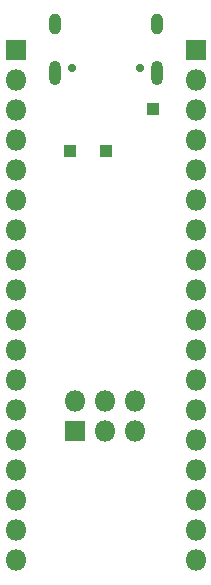
<source format=gbr>
%TF.GenerationSoftware,KiCad,Pcbnew,5.1.6-c6e7f7d~87~ubuntu18.04.1*%
%TF.CreationDate,2020-08-19T11:44:15-04:00*%
%TF.ProjectId,atmegaXu4_breakout,61746d65-6761-4587-9534-5f627265616b,rev?*%
%TF.SameCoordinates,Original*%
%TF.FileFunction,Soldermask,Bot*%
%TF.FilePolarity,Negative*%
%FSLAX46Y46*%
G04 Gerber Fmt 4.6, Leading zero omitted, Abs format (unit mm)*
G04 Created by KiCad (PCBNEW 5.1.6-c6e7f7d~87~ubuntu18.04.1) date 2020-08-19 11:44:15*
%MOMM*%
%LPD*%
G01*
G04 APERTURE LIST*
%ADD10R,1.100000X1.100000*%
%ADD11O,1.800000X1.800000*%
%ADD12R,1.800000X1.800000*%
%ADD13O,1.000000X2.100000*%
%ADD14O,1.000000X1.800000*%
%ADD15C,0.700000*%
G04 APERTURE END LIST*
D10*
%TO.C,TP5*%
X-3000000Y-8500000D03*
%TD*%
%TO.C,TP4*%
X0Y-8500000D03*
%TD*%
%TO.C,TP3*%
X4000000Y-5000000D03*
%TD*%
D11*
%TO.C,J4*%
X2480000Y-29660000D03*
X2480000Y-32200000D03*
X-60000Y-29660000D03*
X-60000Y-32200000D03*
X-2600000Y-29660000D03*
D12*
X-2600000Y-32200000D03*
%TD*%
D11*
%TO.C,J3*%
X7620000Y-43180000D03*
X7620000Y-40640000D03*
X7620000Y-38100000D03*
X7620000Y-35560000D03*
X7620000Y-33020000D03*
X7620000Y-30480000D03*
X7620000Y-27940000D03*
X7620000Y-25400000D03*
X7620000Y-22860000D03*
X7620000Y-20320000D03*
X7620000Y-17780000D03*
X7620000Y-15240000D03*
X7620000Y-12700000D03*
X7620000Y-10160000D03*
X7620000Y-7620000D03*
X7620000Y-5080000D03*
X7620000Y-2540000D03*
D12*
X7620000Y0D03*
%TD*%
D11*
%TO.C,J2*%
X-7620000Y-43180000D03*
X-7620000Y-40640000D03*
X-7620000Y-38100000D03*
X-7620000Y-35560000D03*
X-7620000Y-33020000D03*
X-7620000Y-30480000D03*
X-7620000Y-27940000D03*
X-7620000Y-25400000D03*
X-7620000Y-22860000D03*
X-7620000Y-20320000D03*
X-7620000Y-17780000D03*
X-7620000Y-15240000D03*
X-7620000Y-12700000D03*
X-7620000Y-10160000D03*
X-7620000Y-7620000D03*
X-7620000Y-5080000D03*
X-7620000Y-2540000D03*
D12*
X-7620000Y0D03*
%TD*%
D13*
%TO.C,J1*%
X4320000Y-1930000D03*
X-4320000Y-1930000D03*
D14*
X4320000Y2240000D03*
X-4320000Y2240000D03*
D15*
X-2890000Y-1450000D03*
X2890000Y-1450000D03*
%TD*%
M02*

</source>
